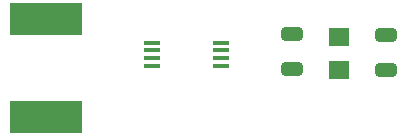
<source format=gtp>
%TF.GenerationSoftware,KiCad,Pcbnew,7.0.2*%
%TF.CreationDate,2023-06-26T21:45:58-07:00*%
%TF.ProjectId,Current Sense Standalone,43757272-656e-4742-9053-656e73652053,rev?*%
%TF.SameCoordinates,Original*%
%TF.FileFunction,Paste,Top*%
%TF.FilePolarity,Positive*%
%FSLAX46Y46*%
G04 Gerber Fmt 4.6, Leading zero omitted, Abs format (unit mm)*
G04 Created by KiCad (PCBNEW 7.0.2) date 2023-06-26 21:45:58*
%MOMM*%
%LPD*%
G01*
G04 APERTURE LIST*
G04 Aperture macros list*
%AMRoundRect*
0 Rectangle with rounded corners*
0 $1 Rounding radius*
0 $2 $3 $4 $5 $6 $7 $8 $9 X,Y pos of 4 corners*
0 Add a 4 corners polygon primitive as box body*
4,1,4,$2,$3,$4,$5,$6,$7,$8,$9,$2,$3,0*
0 Add four circle primitives for the rounded corners*
1,1,$1+$1,$2,$3*
1,1,$1+$1,$4,$5*
1,1,$1+$1,$6,$7*
1,1,$1+$1,$8,$9*
0 Add four rect primitives between the rounded corners*
20,1,$1+$1,$2,$3,$4,$5,0*
20,1,$1+$1,$4,$5,$6,$7,0*
20,1,$1+$1,$6,$7,$8,$9,0*
20,1,$1+$1,$8,$9,$2,$3,0*%
G04 Aperture macros list end*
%ADD10R,1.473200X0.355600*%
%ADD11R,6.200000X2.700000*%
%ADD12R,1.800000X1.600000*%
%ADD13RoundRect,0.250000X-0.650000X0.325000X-0.650000X-0.325000X0.650000X-0.325000X0.650000X0.325000X0*%
G04 APERTURE END LIST*
D10*
X138938000Y-93980000D03*
X138938000Y-94629998D03*
X138938000Y-95280000D03*
X138938000Y-95929998D03*
X144780000Y-95929998D03*
X144780000Y-95280000D03*
X144780000Y-94629998D03*
X144780000Y-93980000D03*
D11*
X129959273Y-100248011D03*
X129959273Y-91948011D03*
D12*
X154783375Y-93509624D03*
X154783375Y-96309624D03*
D13*
X150741329Y-93263866D03*
X150741329Y-96213866D03*
X158693078Y-93354784D03*
X158693078Y-96304784D03*
M02*

</source>
